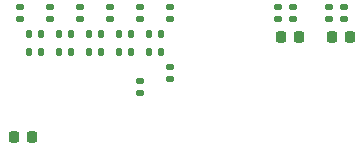
<source format=gbr>
%TF.GenerationSoftware,KiCad,Pcbnew,(6.0.11)*%
%TF.CreationDate,2023-02-17T00:37:41+01:00*%
%TF.ProjectId,dac-shield,6461632d-7368-4696-956c-642e6b696361,rev.0*%
%TF.SameCoordinates,Original*%
%TF.FileFunction,Paste,Top*%
%TF.FilePolarity,Positive*%
%FSLAX46Y46*%
G04 Gerber Fmt 4.6, Leading zero omitted, Abs format (unit mm)*
G04 Created by KiCad (PCBNEW (6.0.11)) date 2023-02-17 00:37:41*
%MOMM*%
%LPD*%
G01*
G04 APERTURE LIST*
G04 Aperture macros list*
%AMRoundRect*
0 Rectangle with rounded corners*
0 $1 Rounding radius*
0 $2 $3 $4 $5 $6 $7 $8 $9 X,Y pos of 4 corners*
0 Add a 4 corners polygon primitive as box body*
4,1,4,$2,$3,$4,$5,$6,$7,$8,$9,$2,$3,0*
0 Add four circle primitives for the rounded corners*
1,1,$1+$1,$2,$3*
1,1,$1+$1,$4,$5*
1,1,$1+$1,$6,$7*
1,1,$1+$1,$8,$9*
0 Add four rect primitives between the rounded corners*
20,1,$1+$1,$2,$3,$4,$5,0*
20,1,$1+$1,$4,$5,$6,$7,0*
20,1,$1+$1,$6,$7,$8,$9,0*
20,1,$1+$1,$8,$9,$2,$3,0*%
G04 Aperture macros list end*
%ADD10RoundRect,0.135000X0.135000X0.185000X-0.135000X0.185000X-0.135000X-0.185000X0.135000X-0.185000X0*%
%ADD11RoundRect,0.135000X-0.185000X0.135000X-0.185000X-0.135000X0.185000X-0.135000X0.185000X0.135000X0*%
%ADD12RoundRect,0.225000X-0.225000X-0.250000X0.225000X-0.250000X0.225000X0.250000X-0.225000X0.250000X0*%
%ADD13RoundRect,0.225000X0.225000X0.250000X-0.225000X0.250000X-0.225000X-0.250000X0.225000X-0.250000X0*%
G04 APERTURE END LIST*
D10*
%TO.C,R23*%
X124716000Y-88464000D03*
X123696000Y-88464000D03*
%TD*%
D11*
%TO.C,R4*%
X135636000Y-84654000D03*
X135636000Y-85674000D03*
%TD*%
%TO.C,R18*%
X128016000Y-84654000D03*
X128016000Y-85674000D03*
%TD*%
D10*
%TO.C,R13*%
X129796000Y-88464000D03*
X128776000Y-88464000D03*
%TD*%
D12*
%TO.C,C1*%
X149339000Y-87194000D03*
X150889000Y-87194000D03*
%TD*%
D10*
%TO.C,R22*%
X124716000Y-86940000D03*
X123696000Y-86940000D03*
%TD*%
D11*
%TO.C,R8*%
X133096000Y-84654000D03*
X133096000Y-85674000D03*
%TD*%
D10*
%TO.C,R19*%
X127256000Y-86940000D03*
X126236000Y-86940000D03*
%TD*%
%TO.C,R20*%
X127256000Y-88464000D03*
X126236000Y-88464000D03*
%TD*%
D11*
%TO.C,R14*%
X133096000Y-90930000D03*
X133096000Y-91950000D03*
%TD*%
%TO.C,R11*%
X130556000Y-84654000D03*
X130556000Y-85674000D03*
%TD*%
%TO.C,R21*%
X125476000Y-84654000D03*
X125476000Y-85674000D03*
%TD*%
D10*
%TO.C,R7*%
X134878000Y-88464000D03*
X133858000Y-88464000D03*
%TD*%
D11*
%TO.C,R3*%
X150368000Y-84652000D03*
X150368000Y-85672000D03*
%TD*%
%TO.C,R17*%
X144780000Y-84652000D03*
X144780000Y-85672000D03*
%TD*%
%TO.C,R5*%
X135636000Y-89732000D03*
X135636000Y-90752000D03*
%TD*%
D10*
%TO.C,R9*%
X132336000Y-86940000D03*
X131316000Y-86940000D03*
%TD*%
%TO.C,R10*%
X132336000Y-88464000D03*
X131316000Y-88464000D03*
%TD*%
D11*
%TO.C,R24*%
X122936000Y-84654000D03*
X122936000Y-85674000D03*
%TD*%
D13*
%TO.C,C3*%
X146571000Y-87194000D03*
X145021000Y-87194000D03*
%TD*%
D12*
%TO.C,C5*%
X122432602Y-95686000D03*
X123982602Y-95686000D03*
%TD*%
D11*
%TO.C,R2*%
X149098000Y-84652000D03*
X149098000Y-85672000D03*
%TD*%
%TO.C,R16*%
X146050000Y-84652000D03*
X146050000Y-85672000D03*
%TD*%
D10*
%TO.C,R12*%
X129796000Y-86940000D03*
X128776000Y-86940000D03*
%TD*%
%TO.C,R6*%
X134876000Y-86940000D03*
X133856000Y-86940000D03*
%TD*%
M02*

</source>
